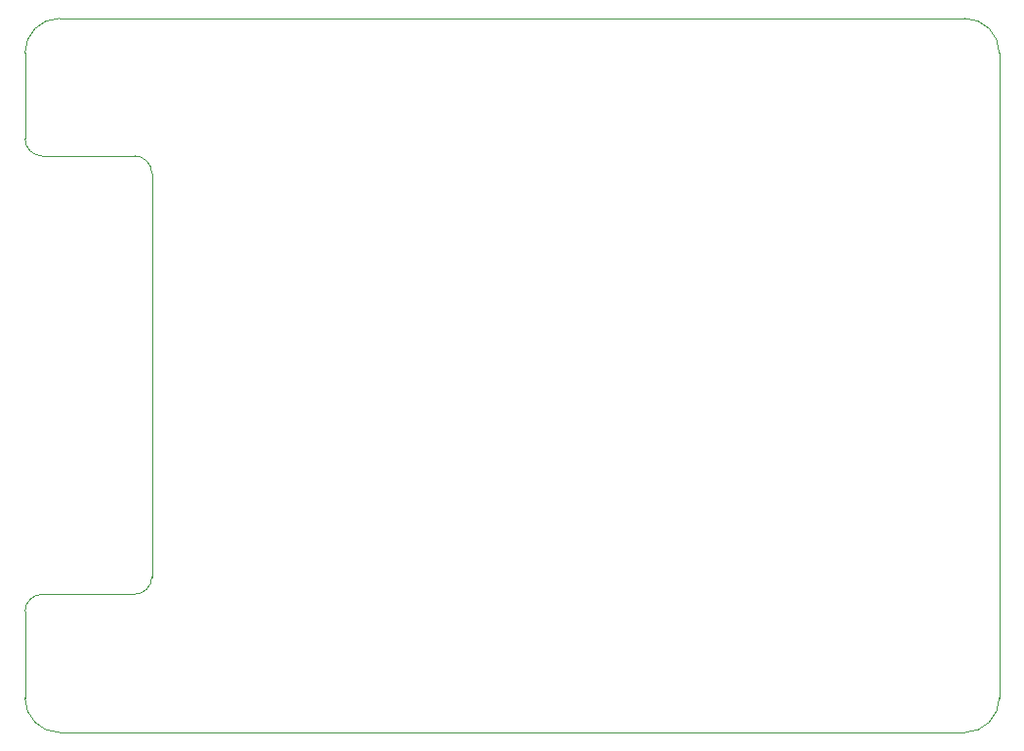
<source format=gbr>
%TF.GenerationSoftware,KiCad,Pcbnew,7.0.1-3b83917a11~172~ubuntu20.04.1*%
%TF.CreationDate,2023-04-17T17:43:15+05:30*%
%TF.ProjectId,motor controller,6d6f746f-7220-4636-9f6e-74726f6c6c65,rev?*%
%TF.SameCoordinates,Original*%
%TF.FileFunction,Profile,NP*%
%FSLAX46Y46*%
G04 Gerber Fmt 4.6, Leading zero omitted, Abs format (unit mm)*
G04 Created by KiCad (PCBNEW 7.0.1-3b83917a11~172~ubuntu20.04.1) date 2023-04-17 17:43:15*
%MOMM*%
%LPD*%
G01*
G04 APERTURE LIST*
%TA.AperFunction,Profile*%
%ADD10C,0.100000*%
%TD*%
G04 APERTURE END LIST*
D10*
X61000000Y-98500000D02*
X61000000Y-63439340D01*
X59500000Y-61939340D02*
X51500000Y-61939340D01*
X50000000Y-60439340D02*
X50000000Y-53000000D01*
X53000000Y-50000000D02*
X131500000Y-50000000D01*
X131500000Y-112000000D02*
G75*
G03*
X134500000Y-109000000I0J3000000D01*
G01*
X60999960Y-63439340D02*
G75*
G03*
X59500000Y-61939340I-1499960J40D01*
G01*
X59500000Y-100000000D02*
G75*
G03*
X61000000Y-98500000I0J1500000D01*
G01*
X50000000Y-109000000D02*
X50000000Y-101500000D01*
X134500000Y-53000000D02*
X134500000Y-109000000D01*
X51500000Y-100000000D02*
G75*
G03*
X50000000Y-101500000I0J-1500000D01*
G01*
X50000000Y-109000000D02*
G75*
G03*
X53000000Y-112000000I3000000J0D01*
G01*
X53000000Y-50000000D02*
G75*
G03*
X50000000Y-53000000I0J-3000000D01*
G01*
X134500000Y-53000000D02*
G75*
G03*
X131500000Y-50000000I-3000000J0D01*
G01*
X49999960Y-60439340D02*
G75*
G03*
X51500000Y-61939340I1500040J40D01*
G01*
X131500000Y-112000000D02*
X53000000Y-112000000D01*
X51500000Y-100000000D02*
X59500000Y-100000000D01*
M02*

</source>
